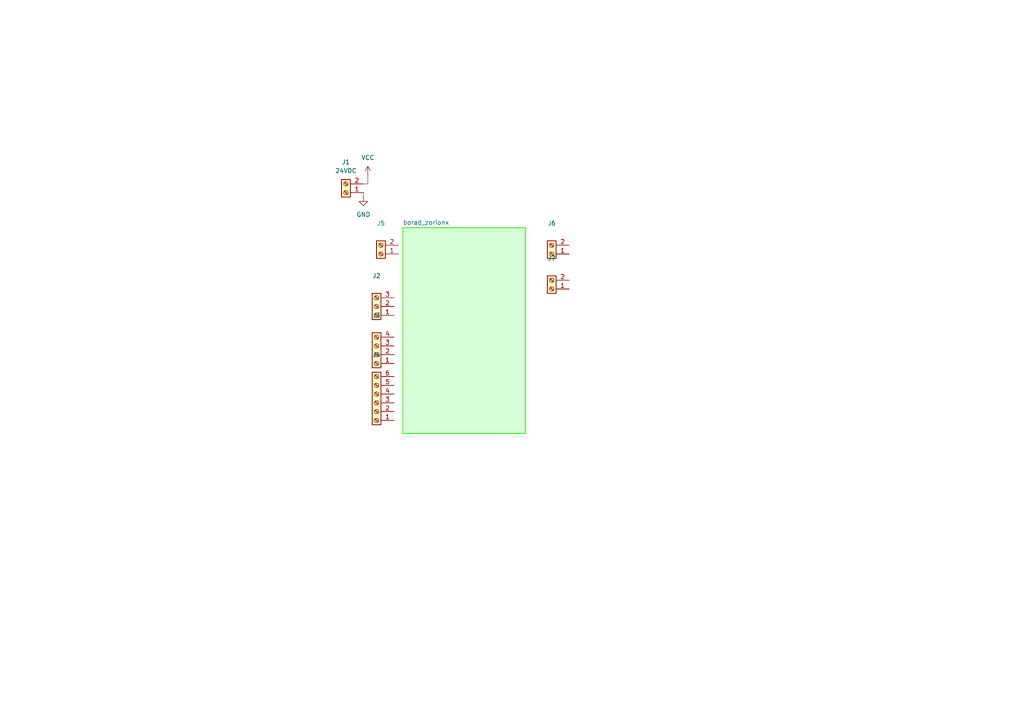
<source format=kicad_sch>
(kicad_sch
	(version 20231120)
	(generator "eeschema")
	(generator_version "8.0")
	(uuid "44bebede-d1a5-43dd-a7cd-aec497c9e8a5")
	(paper "A4")
	(lib_symbols
		(symbol "Connector:Screw_Terminal_01x02"
			(pin_names
				(offset 1.016) hide)
			(exclude_from_sim no)
			(in_bom yes)
			(on_board yes)
			(property "Reference" "J"
				(at 0 2.54 0)
				(effects
					(font
						(size 1.27 1.27)
					)
				)
			)
			(property "Value" "Screw_Terminal_01x02"
				(at 0 -5.08 0)
				(effects
					(font
						(size 1.27 1.27)
					)
				)
			)
			(property "Footprint" ""
				(at 0 0 0)
				(effects
					(font
						(size 1.27 1.27)
					)
					(hide yes)
				)
			)
			(property "Datasheet" "~"
				(at 0 0 0)
				(effects
					(font
						(size 1.27 1.27)
					)
					(hide yes)
				)
			)
			(property "Description" "Generic screw terminal, single row, 01x02, script generated (kicad-library-utils/schlib/autogen/connector/)"
				(at 0 0 0)
				(effects
					(font
						(size 1.27 1.27)
					)
					(hide yes)
				)
			)
			(property "ki_keywords" "screw terminal"
				(at 0 0 0)
				(effects
					(font
						(size 1.27 1.27)
					)
					(hide yes)
				)
			)
			(property "ki_fp_filters" "TerminalBlock*:*"
				(at 0 0 0)
				(effects
					(font
						(size 1.27 1.27)
					)
					(hide yes)
				)
			)
			(symbol "Screw_Terminal_01x02_1_1"
				(rectangle
					(start -1.27 1.27)
					(end 1.27 -3.81)
					(stroke
						(width 0.254)
						(type default)
					)
					(fill
						(type background)
					)
				)
				(circle
					(center 0 -2.54)
					(radius 0.635)
					(stroke
						(width 0.1524)
						(type default)
					)
					(fill
						(type none)
					)
				)
				(polyline
					(pts
						(xy -0.5334 -2.2098) (xy 0.3302 -3.048)
					)
					(stroke
						(width 0.1524)
						(type default)
					)
					(fill
						(type none)
					)
				)
				(polyline
					(pts
						(xy -0.5334 0.3302) (xy 0.3302 -0.508)
					)
					(stroke
						(width 0.1524)
						(type default)
					)
					(fill
						(type none)
					)
				)
				(polyline
					(pts
						(xy -0.3556 -2.032) (xy 0.508 -2.8702)
					)
					(stroke
						(width 0.1524)
						(type default)
					)
					(fill
						(type none)
					)
				)
				(polyline
					(pts
						(xy -0.3556 0.508) (xy 0.508 -0.3302)
					)
					(stroke
						(width 0.1524)
						(type default)
					)
					(fill
						(type none)
					)
				)
				(circle
					(center 0 0)
					(radius 0.635)
					(stroke
						(width 0.1524)
						(type default)
					)
					(fill
						(type none)
					)
				)
				(pin passive line
					(at -5.08 0 0)
					(length 3.81)
					(name "Pin_1"
						(effects
							(font
								(size 1.27 1.27)
							)
						)
					)
					(number "1"
						(effects
							(font
								(size 1.27 1.27)
							)
						)
					)
				)
				(pin passive line
					(at -5.08 -2.54 0)
					(length 3.81)
					(name "Pin_2"
						(effects
							(font
								(size 1.27 1.27)
							)
						)
					)
					(number "2"
						(effects
							(font
								(size 1.27 1.27)
							)
						)
					)
				)
			)
		)
		(symbol "Connector:Screw_Terminal_01x03"
			(pin_names
				(offset 1.016) hide)
			(exclude_from_sim no)
			(in_bom yes)
			(on_board yes)
			(property "Reference" "J"
				(at 0 5.08 0)
				(effects
					(font
						(size 1.27 1.27)
					)
				)
			)
			(property "Value" "Screw_Terminal_01x03"
				(at 0 -5.08 0)
				(effects
					(font
						(size 1.27 1.27)
					)
				)
			)
			(property "Footprint" ""
				(at 0 0 0)
				(effects
					(font
						(size 1.27 1.27)
					)
					(hide yes)
				)
			)
			(property "Datasheet" "~"
				(at 0 0 0)
				(effects
					(font
						(size 1.27 1.27)
					)
					(hide yes)
				)
			)
			(property "Description" "Generic screw terminal, single row, 01x03, script generated (kicad-library-utils/schlib/autogen/connector/)"
				(at 0 0 0)
				(effects
					(font
						(size 1.27 1.27)
					)
					(hide yes)
				)
			)
			(property "ki_keywords" "screw terminal"
				(at 0 0 0)
				(effects
					(font
						(size 1.27 1.27)
					)
					(hide yes)
				)
			)
			(property "ki_fp_filters" "TerminalBlock*:*"
				(at 0 0 0)
				(effects
					(font
						(size 1.27 1.27)
					)
					(hide yes)
				)
			)
			(symbol "Screw_Terminal_01x03_1_1"
				(rectangle
					(start -1.27 3.81)
					(end 1.27 -3.81)
					(stroke
						(width 0.254)
						(type default)
					)
					(fill
						(type background)
					)
				)
				(circle
					(center 0 -2.54)
					(radius 0.635)
					(stroke
						(width 0.1524)
						(type default)
					)
					(fill
						(type none)
					)
				)
				(polyline
					(pts
						(xy -0.5334 -2.2098) (xy 0.3302 -3.048)
					)
					(stroke
						(width 0.1524)
						(type default)
					)
					(fill
						(type none)
					)
				)
				(polyline
					(pts
						(xy -0.5334 0.3302) (xy 0.3302 -0.508)
					)
					(stroke
						(width 0.1524)
						(type default)
					)
					(fill
						(type none)
					)
				)
				(polyline
					(pts
						(xy -0.5334 2.8702) (xy 0.3302 2.032)
					)
					(stroke
						(width 0.1524)
						(type default)
					)
					(fill
						(type none)
					)
				)
				(polyline
					(pts
						(xy -0.3556 -2.032) (xy 0.508 -2.8702)
					)
					(stroke
						(width 0.1524)
						(type default)
					)
					(fill
						(type none)
					)
				)
				(polyline
					(pts
						(xy -0.3556 0.508) (xy 0.508 -0.3302)
					)
					(stroke
						(width 0.1524)
						(type default)
					)
					(fill
						(type none)
					)
				)
				(polyline
					(pts
						(xy -0.3556 3.048) (xy 0.508 2.2098)
					)
					(stroke
						(width 0.1524)
						(type default)
					)
					(fill
						(type none)
					)
				)
				(circle
					(center 0 0)
					(radius 0.635)
					(stroke
						(width 0.1524)
						(type default)
					)
					(fill
						(type none)
					)
				)
				(circle
					(center 0 2.54)
					(radius 0.635)
					(stroke
						(width 0.1524)
						(type default)
					)
					(fill
						(type none)
					)
				)
				(pin passive line
					(at -5.08 2.54 0)
					(length 3.81)
					(name "Pin_1"
						(effects
							(font
								(size 1.27 1.27)
							)
						)
					)
					(number "1"
						(effects
							(font
								(size 1.27 1.27)
							)
						)
					)
				)
				(pin passive line
					(at -5.08 0 0)
					(length 3.81)
					(name "Pin_2"
						(effects
							(font
								(size 1.27 1.27)
							)
						)
					)
					(number "2"
						(effects
							(font
								(size 1.27 1.27)
							)
						)
					)
				)
				(pin passive line
					(at -5.08 -2.54 0)
					(length 3.81)
					(name "Pin_3"
						(effects
							(font
								(size 1.27 1.27)
							)
						)
					)
					(number "3"
						(effects
							(font
								(size 1.27 1.27)
							)
						)
					)
				)
			)
		)
		(symbol "Connector:Screw_Terminal_01x04"
			(pin_names
				(offset 1.016) hide)
			(exclude_from_sim no)
			(in_bom yes)
			(on_board yes)
			(property "Reference" "J"
				(at 0 5.08 0)
				(effects
					(font
						(size 1.27 1.27)
					)
				)
			)
			(property "Value" "Screw_Terminal_01x04"
				(at 0 -7.62 0)
				(effects
					(font
						(size 1.27 1.27)
					)
				)
			)
			(property "Footprint" ""
				(at 0 0 0)
				(effects
					(font
						(size 1.27 1.27)
					)
					(hide yes)
				)
			)
			(property "Datasheet" "~"
				(at 0 0 0)
				(effects
					(font
						(size 1.27 1.27)
					)
					(hide yes)
				)
			)
			(property "Description" "Generic screw terminal, single row, 01x04, script generated (kicad-library-utils/schlib/autogen/connector/)"
				(at 0 0 0)
				(effects
					(font
						(size 1.27 1.27)
					)
					(hide yes)
				)
			)
			(property "ki_keywords" "screw terminal"
				(at 0 0 0)
				(effects
					(font
						(size 1.27 1.27)
					)
					(hide yes)
				)
			)
			(property "ki_fp_filters" "TerminalBlock*:*"
				(at 0 0 0)
				(effects
					(font
						(size 1.27 1.27)
					)
					(hide yes)
				)
			)
			(symbol "Screw_Terminal_01x04_1_1"
				(rectangle
					(start -1.27 3.81)
					(end 1.27 -6.35)
					(stroke
						(width 0.254)
						(type default)
					)
					(fill
						(type background)
					)
				)
				(circle
					(center 0 -5.08)
					(radius 0.635)
					(stroke
						(width 0.1524)
						(type default)
					)
					(fill
						(type none)
					)
				)
				(circle
					(center 0 -2.54)
					(radius 0.635)
					(stroke
						(width 0.1524)
						(type default)
					)
					(fill
						(type none)
					)
				)
				(polyline
					(pts
						(xy -0.5334 -4.7498) (xy 0.3302 -5.588)
					)
					(stroke
						(width 0.1524)
						(type default)
					)
					(fill
						(type none)
					)
				)
				(polyline
					(pts
						(xy -0.5334 -2.2098) (xy 0.3302 -3.048)
					)
					(stroke
						(width 0.1524)
						(type default)
					)
					(fill
						(type none)
					)
				)
				(polyline
					(pts
						(xy -0.5334 0.3302) (xy 0.3302 -0.508)
					)
					(stroke
						(width 0.1524)
						(type default)
					)
					(fill
						(type none)
					)
				)
				(polyline
					(pts
						(xy -0.5334 2.8702) (xy 0.3302 2.032)
					)
					(stroke
						(width 0.1524)
						(type default)
					)
					(fill
						(type none)
					)
				)
				(polyline
					(pts
						(xy -0.3556 -4.572) (xy 0.508 -5.4102)
					)
					(stroke
						(width 0.1524)
						(type default)
					)
					(fill
						(type none)
					)
				)
				(polyline
					(pts
						(xy -0.3556 -2.032) (xy 0.508 -2.8702)
					)
					(stroke
						(width 0.1524)
						(type default)
					)
					(fill
						(type none)
					)
				)
				(polyline
					(pts
						(xy -0.3556 0.508) (xy 0.508 -0.3302)
					)
					(stroke
						(width 0.1524)
						(type default)
					)
					(fill
						(type none)
					)
				)
				(polyline
					(pts
						(xy -0.3556 3.048) (xy 0.508 2.2098)
					)
					(stroke
						(width 0.1524)
						(type default)
					)
					(fill
						(type none)
					)
				)
				(circle
					(center 0 0)
					(radius 0.635)
					(stroke
						(width 0.1524)
						(type default)
					)
					(fill
						(type none)
					)
				)
				(circle
					(center 0 2.54)
					(radius 0.635)
					(stroke
						(width 0.1524)
						(type default)
					)
					(fill
						(type none)
					)
				)
				(pin passive line
					(at -5.08 2.54 0)
					(length 3.81)
					(name "Pin_1"
						(effects
							(font
								(size 1.27 1.27)
							)
						)
					)
					(number "1"
						(effects
							(font
								(size 1.27 1.27)
							)
						)
					)
				)
				(pin passive line
					(at -5.08 0 0)
					(length 3.81)
					(name "Pin_2"
						(effects
							(font
								(size 1.27 1.27)
							)
						)
					)
					(number "2"
						(effects
							(font
								(size 1.27 1.27)
							)
						)
					)
				)
				(pin passive line
					(at -5.08 -2.54 0)
					(length 3.81)
					(name "Pin_3"
						(effects
							(font
								(size 1.27 1.27)
							)
						)
					)
					(number "3"
						(effects
							(font
								(size 1.27 1.27)
							)
						)
					)
				)
				(pin passive line
					(at -5.08 -5.08 0)
					(length 3.81)
					(name "Pin_4"
						(effects
							(font
								(size 1.27 1.27)
							)
						)
					)
					(number "4"
						(effects
							(font
								(size 1.27 1.27)
							)
						)
					)
				)
			)
		)
		(symbol "Connector:Screw_Terminal_01x06"
			(pin_names
				(offset 1.016) hide)
			(exclude_from_sim no)
			(in_bom yes)
			(on_board yes)
			(property "Reference" "J"
				(at 0 7.62 0)
				(effects
					(font
						(size 1.27 1.27)
					)
				)
			)
			(property "Value" "Screw_Terminal_01x06"
				(at 0 -10.16 0)
				(effects
					(font
						(size 1.27 1.27)
					)
				)
			)
			(property "Footprint" ""
				(at 0 0 0)
				(effects
					(font
						(size 1.27 1.27)
					)
					(hide yes)
				)
			)
			(property "Datasheet" "~"
				(at 0 0 0)
				(effects
					(font
						(size 1.27 1.27)
					)
					(hide yes)
				)
			)
			(property "Description" "Generic screw terminal, single row, 01x06, script generated (kicad-library-utils/schlib/autogen/connector/)"
				(at 0 0 0)
				(effects
					(font
						(size 1.27 1.27)
					)
					(hide yes)
				)
			)
			(property "ki_keywords" "screw terminal"
				(at 0 0 0)
				(effects
					(font
						(size 1.27 1.27)
					)
					(hide yes)
				)
			)
			(property "ki_fp_filters" "TerminalBlock*:*"
				(at 0 0 0)
				(effects
					(font
						(size 1.27 1.27)
					)
					(hide yes)
				)
			)
			(symbol "Screw_Terminal_01x06_1_1"
				(rectangle
					(start -1.27 6.35)
					(end 1.27 -8.89)
					(stroke
						(width 0.254)
						(type default)
					)
					(fill
						(type background)
					)
				)
				(circle
					(center 0 -7.62)
					(radius 0.635)
					(stroke
						(width 0.1524)
						(type default)
					)
					(fill
						(type none)
					)
				)
				(circle
					(center 0 -5.08)
					(radius 0.635)
					(stroke
						(width 0.1524)
						(type default)
					)
					(fill
						(type none)
					)
				)
				(circle
					(center 0 -2.54)
					(radius 0.635)
					(stroke
						(width 0.1524)
						(type default)
					)
					(fill
						(type none)
					)
				)
				(polyline
					(pts
						(xy -0.5334 -7.2898) (xy 0.3302 -8.128)
					)
					(stroke
						(width 0.1524)
						(type default)
					)
					(fill
						(type none)
					)
				)
				(polyline
					(pts
						(xy -0.5334 -4.7498) (xy 0.3302 -5.588)
					)
					(stroke
						(width 0.1524)
						(type default)
					)
					(fill
						(type none)
					)
				)
				(polyline
					(pts
						(xy -0.5334 -2.2098) (xy 0.3302 -3.048)
					)
					(stroke
						(width 0.1524)
						(type default)
					)
					(fill
						(type none)
					)
				)
				(polyline
					(pts
						(xy -0.5334 0.3302) (xy 0.3302 -0.508)
					)
					(stroke
						(width 0.1524)
						(type default)
					)
					(fill
						(type none)
					)
				)
				(polyline
					(pts
						(xy -0.5334 2.8702) (xy 0.3302 2.032)
					)
					(stroke
						(width 0.1524)
						(type default)
					)
					(fill
						(type none)
					)
				)
				(polyline
					(pts
						(xy -0.5334 5.4102) (xy 0.3302 4.572)
					)
					(stroke
						(width 0.1524)
						(type default)
					)
					(fill
						(type none)
					)
				)
				(polyline
					(pts
						(xy -0.3556 -7.112) (xy 0.508 -7.9502)
					)
					(stroke
						(width 0.1524)
						(type default)
					)
					(fill
						(type none)
					)
				)
				(polyline
					(pts
						(xy -0.3556 -4.572) (xy 0.508 -5.4102)
					)
					(stroke
						(width 0.1524)
						(type default)
					)
					(fill
						(type none)
					)
				)
				(polyline
					(pts
						(xy -0.3556 -2.032) (xy 0.508 -2.8702)
					)
					(stroke
						(width 0.1524)
						(type default)
					)
					(fill
						(type none)
					)
				)
				(polyline
					(pts
						(xy -0.3556 0.508) (xy 0.508 -0.3302)
					)
					(stroke
						(width 0.1524)
						(type default)
					)
					(fill
						(type none)
					)
				)
				(polyline
					(pts
						(xy -0.3556 3.048) (xy 0.508 2.2098)
					)
					(stroke
						(width 0.1524)
						(type default)
					)
					(fill
						(type none)
					)
				)
				(polyline
					(pts
						(xy -0.3556 5.588) (xy 0.508 4.7498)
					)
					(stroke
						(width 0.1524)
						(type default)
					)
					(fill
						(type none)
					)
				)
				(circle
					(center 0 0)
					(radius 0.635)
					(stroke
						(width 0.1524)
						(type default)
					)
					(fill
						(type none)
					)
				)
				(circle
					(center 0 2.54)
					(radius 0.635)
					(stroke
						(width 0.1524)
						(type default)
					)
					(fill
						(type none)
					)
				)
				(circle
					(center 0 5.08)
					(radius 0.635)
					(stroke
						(width 0.1524)
						(type default)
					)
					(fill
						(type none)
					)
				)
				(pin passive line
					(at -5.08 5.08 0)
					(length 3.81)
					(name "Pin_1"
						(effects
							(font
								(size 1.27 1.27)
							)
						)
					)
					(number "1"
						(effects
							(font
								(size 1.27 1.27)
							)
						)
					)
				)
				(pin passive line
					(at -5.08 2.54 0)
					(length 3.81)
					(name "Pin_2"
						(effects
							(font
								(size 1.27 1.27)
							)
						)
					)
					(number "2"
						(effects
							(font
								(size 1.27 1.27)
							)
						)
					)
				)
				(pin passive line
					(at -5.08 0 0)
					(length 3.81)
					(name "Pin_3"
						(effects
							(font
								(size 1.27 1.27)
							)
						)
					)
					(number "3"
						(effects
							(font
								(size 1.27 1.27)
							)
						)
					)
				)
				(pin passive line
					(at -5.08 -2.54 0)
					(length 3.81)
					(name "Pin_4"
						(effects
							(font
								(size 1.27 1.27)
							)
						)
					)
					(number "4"
						(effects
							(font
								(size 1.27 1.27)
							)
						)
					)
				)
				(pin passive line
					(at -5.08 -5.08 0)
					(length 3.81)
					(name "Pin_5"
						(effects
							(font
								(size 1.27 1.27)
							)
						)
					)
					(number "5"
						(effects
							(font
								(size 1.27 1.27)
							)
						)
					)
				)
				(pin passive line
					(at -5.08 -7.62 0)
					(length 3.81)
					(name "Pin_6"
						(effects
							(font
								(size 1.27 1.27)
							)
						)
					)
					(number "6"
						(effects
							(font
								(size 1.27 1.27)
							)
						)
					)
				)
			)
		)
		(symbol "power:GND"
			(power)
			(pin_numbers hide)
			(pin_names
				(offset 0) hide)
			(exclude_from_sim no)
			(in_bom yes)
			(on_board yes)
			(property "Reference" "#PWR"
				(at 0 -6.35 0)
				(effects
					(font
						(size 1.27 1.27)
					)
					(hide yes)
				)
			)
			(property "Value" "GND"
				(at 0 -3.81 0)
				(effects
					(font
						(size 1.27 1.27)
					)
				)
			)
			(property "Footprint" ""
				(at 0 0 0)
				(effects
					(font
						(size 1.27 1.27)
					)
					(hide yes)
				)
			)
			(property "Datasheet" ""
				(at 0 0 0)
				(effects
					(font
						(size 1.27 1.27)
					)
					(hide yes)
				)
			)
			(property "Description" "Power symbol creates a global label with name \"GND\" , ground"
				(at 0 0 0)
				(effects
					(font
						(size 1.27 1.27)
					)
					(hide yes)
				)
			)
			(property "ki_keywords" "global power"
				(at 0 0 0)
				(effects
					(font
						(size 1.27 1.27)
					)
					(hide yes)
				)
			)
			(symbol "GND_0_1"
				(polyline
					(pts
						(xy 0 0) (xy 0 -1.27) (xy 1.27 -1.27) (xy 0 -2.54) (xy -1.27 -1.27) (xy 0 -1.27)
					)
					(stroke
						(width 0)
						(type default)
					)
					(fill
						(type none)
					)
				)
			)
			(symbol "GND_1_1"
				(pin power_in line
					(at 0 0 270)
					(length 0)
					(name "~"
						(effects
							(font
								(size 1.27 1.27)
							)
						)
					)
					(number "1"
						(effects
							(font
								(size 1.27 1.27)
							)
						)
					)
				)
			)
		)
		(symbol "power:VCC"
			(power)
			(pin_numbers hide)
			(pin_names
				(offset 0) hide)
			(exclude_from_sim no)
			(in_bom yes)
			(on_board yes)
			(property "Reference" "#PWR"
				(at 0 -3.81 0)
				(effects
					(font
						(size 1.27 1.27)
					)
					(hide yes)
				)
			)
			(property "Value" "VCC"
				(at 0 3.556 0)
				(effects
					(font
						(size 1.27 1.27)
					)
				)
			)
			(property "Footprint" ""
				(at 0 0 0)
				(effects
					(font
						(size 1.27 1.27)
					)
					(hide yes)
				)
			)
			(property "Datasheet" ""
				(at 0 0 0)
				(effects
					(font
						(size 1.27 1.27)
					)
					(hide yes)
				)
			)
			(property "Description" "Power symbol creates a global label with name \"VCC\""
				(at 0 0 0)
				(effects
					(font
						(size 1.27 1.27)
					)
					(hide yes)
				)
			)
			(property "ki_keywords" "global power"
				(at 0 0 0)
				(effects
					(font
						(size 1.27 1.27)
					)
					(hide yes)
				)
			)
			(symbol "VCC_0_1"
				(polyline
					(pts
						(xy -0.762 1.27) (xy 0 2.54)
					)
					(stroke
						(width 0)
						(type default)
					)
					(fill
						(type none)
					)
				)
				(polyline
					(pts
						(xy 0 0) (xy 0 2.54)
					)
					(stroke
						(width 0)
						(type default)
					)
					(fill
						(type none)
					)
				)
				(polyline
					(pts
						(xy 0 2.54) (xy 0.762 1.27)
					)
					(stroke
						(width 0)
						(type default)
					)
					(fill
						(type none)
					)
				)
			)
			(symbol "VCC_1_1"
				(pin power_in line
					(at 0 0 90)
					(length 0)
					(name "~"
						(effects
							(font
								(size 1.27 1.27)
							)
						)
					)
					(number "1"
						(effects
							(font
								(size 1.27 1.27)
							)
						)
					)
				)
			)
		)
	)
	(wire
		(pts
			(xy 106.68 53.34) (xy 106.68 50.8)
		)
		(stroke
			(width 0)
			(type default)
		)
		(uuid "856d5df6-8326-4eba-a099-b684f624b44e")
	)
	(wire
		(pts
			(xy 105.41 53.34) (xy 106.68 53.34)
		)
		(stroke
			(width 0)
			(type default)
		)
		(uuid "8d20ecca-9906-4643-b192-87b47b165d7c")
	)
	(wire
		(pts
			(xy 105.41 55.88) (xy 105.41 57.15)
		)
		(stroke
			(width 0)
			(type default)
		)
		(uuid "f0e03c86-20f6-4643-96f5-50e287e4564b")
	)
	(symbol
		(lib_id "Connector:Screw_Terminal_01x06")
		(at 109.22 116.84 180)
		(unit 1)
		(exclude_from_sim no)
		(in_bom yes)
		(on_board yes)
		(dnp no)
		(fields_autoplaced yes)
		(uuid "246af9b4-5a7c-4877-8e00-ad16559e7e2b")
		(property "Reference" "J4"
			(at 109.22 102.87 0)
			(effects
				(font
					(size 1.27 1.27)
				)
			)
		)
		(property "Value" "Screw_Terminal_01x06"
			(at 109.22 105.41 0)
			(effects
				(font
					(size 1.27 1.27)
				)
				(hide yes)
			)
		)
		(property "Footprint" ""
			(at 109.22 116.84 0)
			(effects
				(font
					(size 1.27 1.27)
				)
				(hide yes)
			)
		)
		(property "Datasheet" "~"
			(at 109.22 116.84 0)
			(effects
				(font
					(size 1.27 1.27)
				)
				(hide yes)
			)
		)
		(property "Description" "Generic screw terminal, single row, 01x06, script generated (kicad-library-utils/schlib/autogen/connector/)"
			(at 109.22 116.84 0)
			(effects
				(font
					(size 1.27 1.27)
				)
				(hide yes)
			)
		)
		(pin "3"
			(uuid "e05d71c9-6f15-43fe-9f5e-e191b340de29")
		)
		(pin "1"
			(uuid "70c83520-b34c-4322-ac8a-116c2aaf0e54")
		)
		(pin "4"
			(uuid "7dc14bef-8b0a-4cfa-945f-821d825f1ccb")
		)
		(pin "6"
			(uuid "0aa61f48-0355-4e0f-9dbc-955a4c405bb0")
		)
		(pin "2"
			(uuid "fa39b89b-306e-40df-9475-87574913fa94")
		)
		(pin "5"
			(uuid "c8227768-1b37-44fd-a2d7-987531d7d73a")
		)
		(instances
			(project "avance del proyecto"
				(path "/44bebede-d1a5-43dd-a7cd-aec497c9e8a5"
					(reference "J4")
					(unit 1)
				)
			)
		)
	)
	(symbol
		(lib_id "Connector:Screw_Terminal_01x02")
		(at 160.02 83.82 180)
		(unit 1)
		(exclude_from_sim no)
		(in_bom yes)
		(on_board yes)
		(dnp no)
		(fields_autoplaced yes)
		(uuid "2f7dca66-08c4-415a-be80-866846347cd0")
		(property "Reference" "J7"
			(at 160.02 74.93 0)
			(effects
				(font
					(size 1.27 1.27)
				)
			)
		)
		(property "Value" "Screw_Terminal_01x02"
			(at 160.02 77.47 0)
			(effects
				(font
					(size 1.27 1.27)
				)
				(hide yes)
			)
		)
		(property "Footprint" ""
			(at 160.02 83.82 0)
			(effects
				(font
					(size 1.27 1.27)
				)
				(hide yes)
			)
		)
		(property "Datasheet" "~"
			(at 160.02 83.82 0)
			(effects
				(font
					(size 1.27 1.27)
				)
				(hide yes)
			)
		)
		(property "Description" "Generic screw terminal, single row, 01x02, script generated (kicad-library-utils/schlib/autogen/connector/)"
			(at 160.02 83.82 0)
			(effects
				(font
					(size 1.27 1.27)
				)
				(hide yes)
			)
		)
		(pin "1"
			(uuid "2270b17b-733c-4092-afe0-da0ed6c0744b")
		)
		(pin "2"
			(uuid "d871e2b1-ca5b-4716-987d-0683f8257c30")
		)
		(instances
			(project "avance del proyecto"
				(path "/44bebede-d1a5-43dd-a7cd-aec497c9e8a5"
					(reference "J7")
					(unit 1)
				)
			)
		)
	)
	(symbol
		(lib_id "Connector:Screw_Terminal_01x02")
		(at 110.49 73.66 180)
		(unit 1)
		(exclude_from_sim no)
		(in_bom yes)
		(on_board yes)
		(dnp no)
		(fields_autoplaced yes)
		(uuid "4553aba1-d761-4880-86a7-03cbe136efcf")
		(property "Reference" "J5"
			(at 110.49 64.77 0)
			(effects
				(font
					(size 1.27 1.27)
				)
			)
		)
		(property "Value" "Screw_Terminal_01x02"
			(at 110.49 67.31 0)
			(effects
				(font
					(size 1.27 1.27)
				)
				(hide yes)
			)
		)
		(property "Footprint" ""
			(at 110.49 73.66 0)
			(effects
				(font
					(size 1.27 1.27)
				)
				(hide yes)
			)
		)
		(property "Datasheet" "~"
			(at 110.49 73.66 0)
			(effects
				(font
					(size 1.27 1.27)
				)
				(hide yes)
			)
		)
		(property "Description" "Generic screw terminal, single row, 01x02, script generated (kicad-library-utils/schlib/autogen/connector/)"
			(at 110.49 73.66 0)
			(effects
				(font
					(size 1.27 1.27)
				)
				(hide yes)
			)
		)
		(pin "1"
			(uuid "001990fe-4d4a-4283-99d4-304cfd78c97b")
		)
		(pin "2"
			(uuid "874eef77-510b-4218-8ffb-3e20fde08206")
		)
		(instances
			(project "avance del proyecto"
				(path "/44bebede-d1a5-43dd-a7cd-aec497c9e8a5"
					(reference "J5")
					(unit 1)
				)
			)
		)
	)
	(symbol
		(lib_id "power:GND")
		(at 105.41 57.15 0)
		(unit 1)
		(exclude_from_sim no)
		(in_bom yes)
		(on_board yes)
		(dnp no)
		(fields_autoplaced yes)
		(uuid "7d740e58-20d6-4ad2-a243-2498c20f548b")
		(property "Reference" "#PWR01"
			(at 105.41 63.5 0)
			(effects
				(font
					(size 1.27 1.27)
				)
				(hide yes)
			)
		)
		(property "Value" "GND"
			(at 105.41 62.23 0)
			(effects
				(font
					(size 1.27 1.27)
				)
			)
		)
		(property "Footprint" ""
			(at 105.41 57.15 0)
			(effects
				(font
					(size 1.27 1.27)
				)
				(hide yes)
			)
		)
		(property "Datasheet" ""
			(at 105.41 57.15 0)
			(effects
				(font
					(size 1.27 1.27)
				)
				(hide yes)
			)
		)
		(property "Description" "Power symbol creates a global label with name \"GND\" , ground"
			(at 105.41 57.15 0)
			(effects
				(font
					(size 1.27 1.27)
				)
				(hide yes)
			)
		)
		(pin "1"
			(uuid "47b8ed78-1df2-45c5-92c1-3f9f0a8d6c49")
		)
		(instances
			(project "avance del proyecto"
				(path "/44bebede-d1a5-43dd-a7cd-aec497c9e8a5"
					(reference "#PWR01")
					(unit 1)
				)
			)
		)
	)
	(symbol
		(lib_id "Connector:Screw_Terminal_01x04")
		(at 109.22 102.87 180)
		(unit 1)
		(exclude_from_sim no)
		(in_bom yes)
		(on_board yes)
		(dnp no)
		(fields_autoplaced yes)
		(uuid "80860afd-f0cf-44c8-8452-8f7c336e1567")
		(property "Reference" "J3"
			(at 109.22 91.44 0)
			(effects
				(font
					(size 1.27 1.27)
				)
			)
		)
		(property "Value" "Screw_Terminal_01x04"
			(at 109.22 93.98 0)
			(effects
				(font
					(size 1.27 1.27)
				)
				(hide yes)
			)
		)
		(property "Footprint" ""
			(at 109.22 102.87 0)
			(effects
				(font
					(size 1.27 1.27)
				)
				(hide yes)
			)
		)
		(property "Datasheet" "~"
			(at 109.22 102.87 0)
			(effects
				(font
					(size 1.27 1.27)
				)
				(hide yes)
			)
		)
		(property "Description" "Generic screw terminal, single row, 01x04, script generated (kicad-library-utils/schlib/autogen/connector/)"
			(at 109.22 102.87 0)
			(effects
				(font
					(size 1.27 1.27)
				)
				(hide yes)
			)
		)
		(pin "2"
			(uuid "3e061c5c-b2af-4073-94b7-3fca907a445a")
		)
		(pin "1"
			(uuid "07488ff1-9c56-4ce5-9d63-345b8907f5f2")
		)
		(pin "4"
			(uuid "8333e6b6-66b4-4432-a7c8-9a3694eef5e4")
		)
		(pin "3"
			(uuid "0a0bbce4-dfd5-4236-b2d8-47c6abfaa177")
		)
		(instances
			(project "avance del proyecto"
				(path "/44bebede-d1a5-43dd-a7cd-aec497c9e8a5"
					(reference "J3")
					(unit 1)
				)
			)
		)
	)
	(symbol
		(lib_id "Connector:Screw_Terminal_01x02")
		(at 100.33 55.88 180)
		(unit 1)
		(exclude_from_sim no)
		(in_bom yes)
		(on_board yes)
		(dnp no)
		(fields_autoplaced yes)
		(uuid "860fc546-dd64-4dba-b500-7856f04ac594")
		(property "Reference" "J1"
			(at 100.33 46.99 0)
			(effects
				(font
					(size 1.27 1.27)
				)
			)
		)
		(property "Value" "24VDC"
			(at 100.33 49.53 0)
			(effects
				(font
					(size 1.27 1.27)
				)
			)
		)
		(property "Footprint" ""
			(at 100.33 55.88 0)
			(effects
				(font
					(size 1.27 1.27)
				)
				(hide yes)
			)
		)
		(property "Datasheet" "~"
			(at 100.33 55.88 0)
			(effects
				(font
					(size 1.27 1.27)
				)
				(hide yes)
			)
		)
		(property "Description" "Generic screw terminal, single row, 01x02, script generated (kicad-library-utils/schlib/autogen/connector/)"
			(at 100.33 55.88 0)
			(effects
				(font
					(size 1.27 1.27)
				)
				(hide yes)
			)
		)
		(pin "1"
			(uuid "02cc7031-bd04-41b2-ad28-e7f2d55315df")
		)
		(pin "2"
			(uuid "f71243b2-25c9-4aca-a2ab-362262dd604b")
		)
		(instances
			(project "avance del proyecto"
				(path "/44bebede-d1a5-43dd-a7cd-aec497c9e8a5"
					(reference "J1")
					(unit 1)
				)
			)
		)
	)
	(symbol
		(lib_id "Connector:Screw_Terminal_01x02")
		(at 160.02 73.66 180)
		(unit 1)
		(exclude_from_sim no)
		(in_bom yes)
		(on_board yes)
		(dnp no)
		(fields_autoplaced yes)
		(uuid "906075f1-a1b8-4642-9370-d8e9dc05a9e4")
		(property "Reference" "J6"
			(at 160.02 64.77 0)
			(effects
				(font
					(size 1.27 1.27)
				)
			)
		)
		(property "Value" "Screw_Terminal_01x02"
			(at 160.02 67.31 0)
			(effects
				(font
					(size 1.27 1.27)
				)
				(hide yes)
			)
		)
		(property "Footprint" ""
			(at 160.02 73.66 0)
			(effects
				(font
					(size 1.27 1.27)
				)
				(hide yes)
			)
		)
		(property "Datasheet" "~"
			(at 160.02 73.66 0)
			(effects
				(font
					(size 1.27 1.27)
				)
				(hide yes)
			)
		)
		(property "Description" "Generic screw terminal, single row, 01x02, script generated (kicad-library-utils/schlib/autogen/connector/)"
			(at 160.02 73.66 0)
			(effects
				(font
					(size 1.27 1.27)
				)
				(hide yes)
			)
		)
		(pin "1"
			(uuid "6dd9a7c3-07c0-4df0-a9e7-7499d036977d")
		)
		(pin "2"
			(uuid "dfdf4c17-92f9-4d34-a6f0-25f367ecdb74")
		)
		(instances
			(project "avance del proyecto"
				(path "/44bebede-d1a5-43dd-a7cd-aec497c9e8a5"
					(reference "J6")
					(unit 1)
				)
			)
		)
	)
	(symbol
		(lib_id "Connector:Screw_Terminal_01x03")
		(at 109.22 88.9 180)
		(unit 1)
		(exclude_from_sim no)
		(in_bom yes)
		(on_board yes)
		(dnp no)
		(fields_autoplaced yes)
		(uuid "c079892d-3133-4143-9629-853bbc0a8b95")
		(property "Reference" "J2"
			(at 109.22 80.01 0)
			(effects
				(font
					(size 1.27 1.27)
				)
			)
		)
		(property "Value" "Screw_Terminal_01x03"
			(at 109.22 82.55 0)
			(effects
				(font
					(size 1.27 1.27)
				)
				(hide yes)
			)
		)
		(property "Footprint" ""
			(at 109.22 88.9 0)
			(effects
				(font
					(size 1.27 1.27)
				)
				(hide yes)
			)
		)
		(property "Datasheet" "~"
			(at 109.22 88.9 0)
			(effects
				(font
					(size 1.27 1.27)
				)
				(hide yes)
			)
		)
		(property "Description" "Generic screw terminal, single row, 01x03, script generated (kicad-library-utils/schlib/autogen/connector/)"
			(at 109.22 88.9 0)
			(effects
				(font
					(size 1.27 1.27)
				)
				(hide yes)
			)
		)
		(pin "2"
			(uuid "7d5b1b23-22f5-414e-9643-5a398a445bf1")
		)
		(pin "3"
			(uuid "b83acd8e-a058-4ced-9a51-308759f0aaf0")
		)
		(pin "1"
			(uuid "44cca0ef-f475-43ae-a32f-5deb99b0178c")
		)
		(instances
			(project "avance del proyecto"
				(path "/44bebede-d1a5-43dd-a7cd-aec497c9e8a5"
					(reference "J2")
					(unit 1)
				)
			)
		)
	)
	(symbol
		(lib_id "power:VCC")
		(at 106.68 50.8 0)
		(unit 1)
		(exclude_from_sim no)
		(in_bom yes)
		(on_board yes)
		(dnp no)
		(fields_autoplaced yes)
		(uuid "e72979c5-1a0b-4304-9f75-115bec36f04c")
		(property "Reference" "#PWR02"
			(at 106.68 54.61 0)
			(effects
				(font
					(size 1.27 1.27)
				)
				(hide yes)
			)
		)
		(property "Value" "VCC"
			(at 106.68 45.72 0)
			(effects
				(font
					(size 1.27 1.27)
				)
			)
		)
		(property "Footprint" ""
			(at 106.68 50.8 0)
			(effects
				(font
					(size 1.27 1.27)
				)
				(hide yes)
			)
		)
		(property "Datasheet" ""
			(at 106.68 50.8 0)
			(effects
				(font
					(size 1.27 1.27)
				)
				(hide yes)
			)
		)
		(property "Description" "Power symbol creates a global label with name \"VCC\""
			(at 106.68 50.8 0)
			(effects
				(font
					(size 1.27 1.27)
				)
				(hide yes)
			)
		)
		(pin "1"
			(uuid "3f0aecb2-1b74-416e-8411-add0b2da3ee4")
		)
		(instances
			(project "avance del proyecto"
				(path "/44bebede-d1a5-43dd-a7cd-aec497c9e8a5"
					(reference "#PWR02")
					(unit 1)
				)
			)
		)
	)
	(sheet
		(at 116.84 66.04)
		(size 35.56 59.69)
		(fields_autoplaced yes)
		(stroke
			(width 0.254)
			(type solid)
			(color 32 255 10 1)
		)
		(fill
			(color 213 255 214 1.0000)
		)
		(uuid "bfc6083d-419d-4fe5-991d-703efec7beb7")
		(property "Sheetname" "borad_zorionx"
			(at 116.84 65.2776 0)
			(effects
				(font
					(size 1.27 1.27)
				)
				(justify left bottom)
			)
		)
		(property "Sheetfile" "borad_zorionx.kicad_sch"
			(at 116.84 126.3654 0)
			(effects
				(font
					(size 1.27 1.27)
				)
				(justify left top)
				(hide yes)
			)
		)
		(instances
			(project "avance del proyecto"
				(path "/44bebede-d1a5-43dd-a7cd-aec497c9e8a5"
					(page "2")
				)
			)
		)
	)
	(sheet_instances
		(path "/"
			(page "1")
		)
	)
)

</source>
